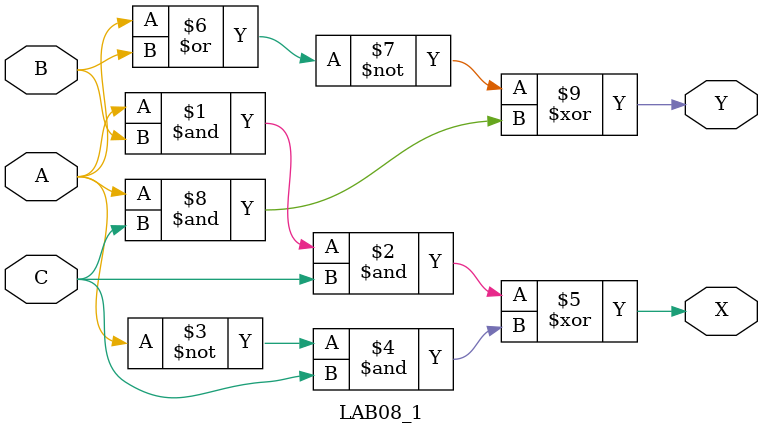
<source format=v>
module LAB08_1(A,B,C,X,Y);
input	A;
input	B;
input	C;

output X;
output Y;

assign X=(A&B&C)^(~A&C);
assign Y=(~(A|B))^(A&C);

endmodule
</source>
